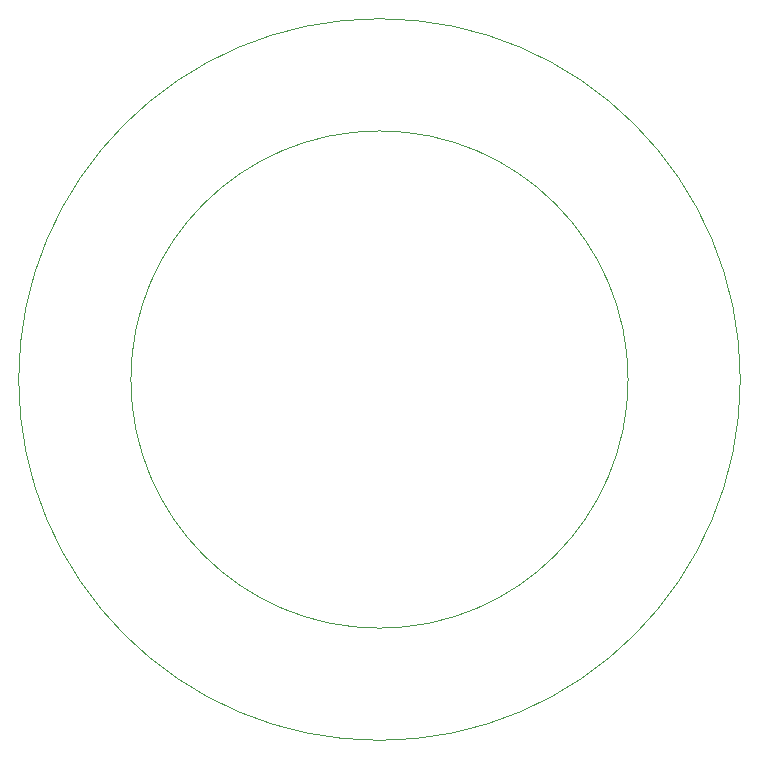
<source format=gbr>
G04 (created by PCBNEW (2013-mar-13)-testing) date Fri 11 Oct 2013 20:58:09 EST*
%MOIN*%
G04 Gerber Fmt 3.4, Leading zero omitted, Abs format*
%FSLAX34Y34*%
G01*
G70*
G90*
G04 APERTURE LIST*
%ADD10C,0.005906*%
%ADD11C,0.003937*%
G04 APERTURE END LIST*
G54D10*
G54D11*
X8287Y0D02*
G75*
G03X8287Y0I-8287J0D01*
G74*
G01*
X12027Y0D02*
G75*
G03X12027Y0I-12027J0D01*
G74*
G01*
M02*

</source>
